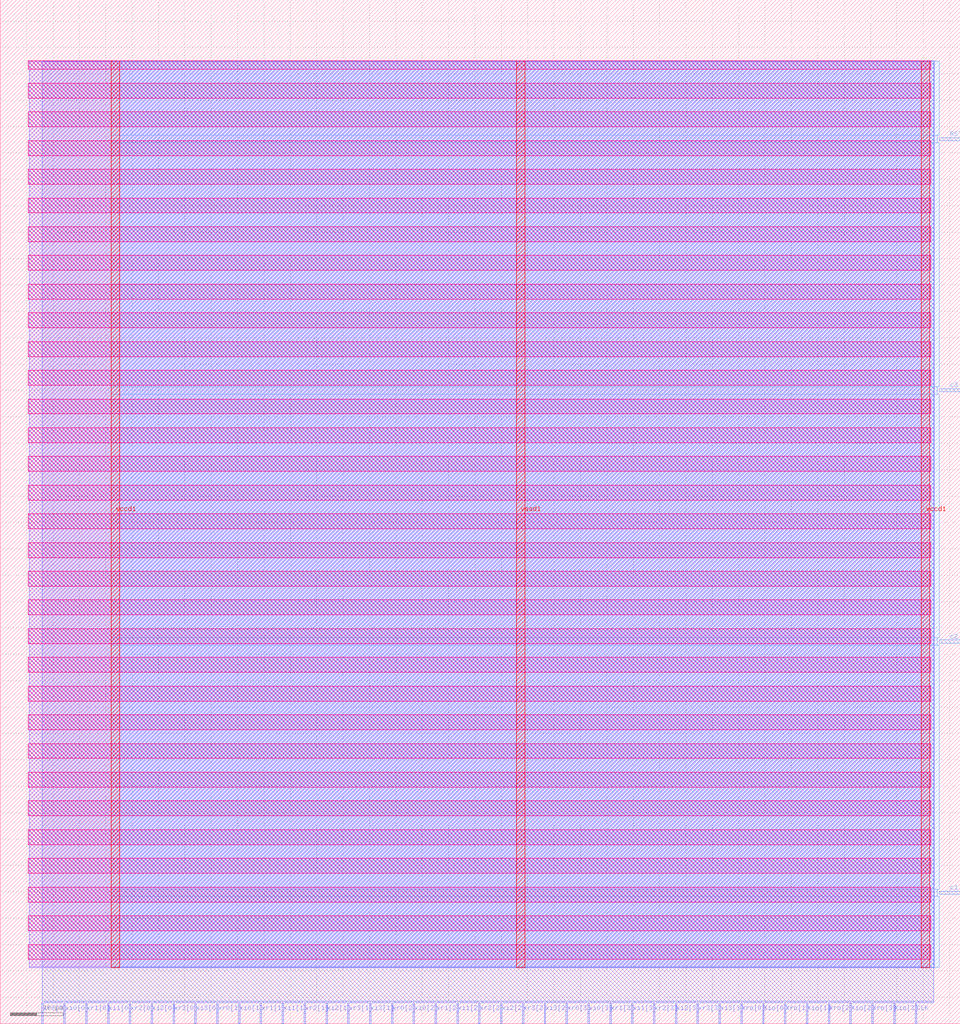
<source format=lef>
VERSION 5.7 ;
  NOWIREEXTENSIONATPIN ON ;
  DIVIDERCHAR "/" ;
  BUSBITCHARS "[]" ;
MACRO R4_butter
  CLASS BLOCK ;
  FOREIGN R4_butter ;
  ORIGIN 0.000 0.000 ;
  SIZE 182.000 BY 194.000 ;
  PIN CLK
    DIRECTION INPUT ;
    USE SIGNAL ;
    ANTENNAGATEAREA 0.213000 ;
    PORT
      LAYER met2 ;
        RECT 173.510 0.000 173.790 4.000 ;
    END
  END CLK
  PIN RST
    DIRECTION INPUT ;
    USE SIGNAL ;
    ANTENNAGATEAREA 0.213000 ;
    PORT
      LAYER met3 ;
        RECT 178.000 167.320 182.000 167.920 ;
    END
  END RST
  PIN Xio[0]
    DIRECTION OUTPUT TRISTATE ;
    USE SIGNAL ;
    ANTENNADIFFAREA 2.673000 ;
    PORT
      LAYER met2 ;
        RECT 144.530 0.000 144.810 4.000 ;
    END
  END Xio[0]
  PIN Xio[1]
    DIRECTION OUTPUT TRISTATE ;
    USE SIGNAL ;
    PORT
      LAYER met2 ;
        RECT 152.810 0.000 153.090 4.000 ;
    END
  END Xio[1]
  PIN Xio[2]
    DIRECTION OUTPUT TRISTATE ;
    USE SIGNAL ;
    PORT
      LAYER met2 ;
        RECT 161.090 0.000 161.370 4.000 ;
    END
  END Xio[2]
  PIN Xio[3]
    DIRECTION OUTPUT TRISTATE ;
    USE SIGNAL ;
    PORT
      LAYER met2 ;
        RECT 169.370 0.000 169.650 4.000 ;
    END
  END Xio[3]
  PIN Xro[0]
    DIRECTION OUTPUT TRISTATE ;
    USE SIGNAL ;
    ANTENNADIFFAREA 2.673000 ;
    PORT
      LAYER met2 ;
        RECT 140.390 0.000 140.670 4.000 ;
    END
  END Xro[0]
  PIN Xro[1]
    DIRECTION OUTPUT TRISTATE ;
    USE SIGNAL ;
    PORT
      LAYER met2 ;
        RECT 148.670 0.000 148.950 4.000 ;
    END
  END Xro[1]
  PIN Xro[2]
    DIRECTION OUTPUT TRISTATE ;
    USE SIGNAL ;
    PORT
      LAYER met2 ;
        RECT 156.950 0.000 157.230 4.000 ;
    END
  END Xro[2]
  PIN Xro[3]
    DIRECTION OUTPUT TRISTATE ;
    USE SIGNAL ;
    PORT
      LAYER met2 ;
        RECT 165.230 0.000 165.510 4.000 ;
    END
  END Xro[3]
  PIN c1
    DIRECTION INPUT ;
    USE SIGNAL ;
    ANTENNAGATEAREA 0.159000 ;
    PORT
      LAYER met3 ;
        RECT 178.000 24.520 182.000 25.120 ;
    END
  END c1
  PIN c2
    DIRECTION INPUT ;
    USE SIGNAL ;
    PORT
      LAYER met3 ;
        RECT 178.000 72.120 182.000 72.720 ;
    END
  END c2
  PIN c3
    DIRECTION INPUT ;
    USE SIGNAL ;
    PORT
      LAYER met3 ;
        RECT 178.000 119.720 182.000 120.320 ;
    END
  END c3
  PIN vccd1
    DIRECTION INOUT ;
    USE POWER ;
    PORT
      LAYER met4 ;
        RECT 21.040 10.640 22.640 182.480 ;
    END
    PORT
      LAYER met4 ;
        RECT 174.640 10.640 176.240 182.480 ;
    END
  END vccd1
  PIN vssd1
    DIRECTION INOUT ;
    USE GROUND ;
    PORT
      LAYER met4 ;
        RECT 97.840 10.640 99.440 182.480 ;
    END
  END vssd1
  PIN xi0[0]
    DIRECTION INPUT ;
    USE SIGNAL ;
    ANTENNAGATEAREA 0.196500 ;
    PORT
      LAYER met2 ;
        RECT 12.050 0.000 12.330 4.000 ;
    END
  END xi0[0]
  PIN xi0[1]
    DIRECTION INPUT ;
    USE SIGNAL ;
    PORT
      LAYER met2 ;
        RECT 45.170 0.000 45.450 4.000 ;
    END
  END xi0[1]
  PIN xi0[2]
    DIRECTION INPUT ;
    USE SIGNAL ;
    PORT
      LAYER met2 ;
        RECT 78.290 0.000 78.570 4.000 ;
    END
  END xi0[2]
  PIN xi0[3]
    DIRECTION INPUT ;
    USE SIGNAL ;
    PORT
      LAYER met2 ;
        RECT 111.410 0.000 111.690 4.000 ;
    END
  END xi0[3]
  PIN xi1[0]
    DIRECTION INPUT ;
    USE SIGNAL ;
    ANTENNAGATEAREA 0.196500 ;
    PORT
      LAYER met2 ;
        RECT 20.330 0.000 20.610 4.000 ;
    END
  END xi1[0]
  PIN xi1[1]
    DIRECTION INPUT ;
    USE SIGNAL ;
    PORT
      LAYER met2 ;
        RECT 53.450 0.000 53.730 4.000 ;
    END
  END xi1[1]
  PIN xi1[2]
    DIRECTION INPUT ;
    USE SIGNAL ;
    PORT
      LAYER met2 ;
        RECT 86.570 0.000 86.850 4.000 ;
    END
  END xi1[2]
  PIN xi1[3]
    DIRECTION INPUT ;
    USE SIGNAL ;
    PORT
      LAYER met2 ;
        RECT 119.690 0.000 119.970 4.000 ;
    END
  END xi1[3]
  PIN xi2[0]
    DIRECTION INPUT ;
    USE SIGNAL ;
    ANTENNAGATEAREA 0.196500 ;
    PORT
      LAYER met2 ;
        RECT 28.610 0.000 28.890 4.000 ;
    END
  END xi2[0]
  PIN xi2[1]
    DIRECTION INPUT ;
    USE SIGNAL ;
    PORT
      LAYER met2 ;
        RECT 61.730 0.000 62.010 4.000 ;
    END
  END xi2[1]
  PIN xi2[2]
    DIRECTION INPUT ;
    USE SIGNAL ;
    PORT
      LAYER met2 ;
        RECT 94.850 0.000 95.130 4.000 ;
    END
  END xi2[2]
  PIN xi2[3]
    DIRECTION INPUT ;
    USE SIGNAL ;
    PORT
      LAYER met2 ;
        RECT 127.970 0.000 128.250 4.000 ;
    END
  END xi2[3]
  PIN xi3[0]
    DIRECTION INPUT ;
    USE SIGNAL ;
    ANTENNAGATEAREA 0.196500 ;
    PORT
      LAYER met2 ;
        RECT 36.890 0.000 37.170 4.000 ;
    END
  END xi3[0]
  PIN xi3[1]
    DIRECTION INPUT ;
    USE SIGNAL ;
    PORT
      LAYER met2 ;
        RECT 70.010 0.000 70.290 4.000 ;
    END
  END xi3[1]
  PIN xi3[2]
    DIRECTION INPUT ;
    USE SIGNAL ;
    PORT
      LAYER met2 ;
        RECT 103.130 0.000 103.410 4.000 ;
    END
  END xi3[2]
  PIN xi3[3]
    DIRECTION INPUT ;
    USE SIGNAL ;
    PORT
      LAYER met2 ;
        RECT 136.250 0.000 136.530 4.000 ;
    END
  END xi3[3]
  PIN xr0[0]
    DIRECTION INPUT ;
    USE SIGNAL ;
    ANTENNAGATEAREA 0.196500 ;
    PORT
      LAYER met2 ;
        RECT 7.910 0.000 8.190 4.000 ;
    END
  END xr0[0]
  PIN xr0[1]
    DIRECTION INPUT ;
    USE SIGNAL ;
    PORT
      LAYER met2 ;
        RECT 41.030 0.000 41.310 4.000 ;
    END
  END xr0[1]
  PIN xr0[2]
    DIRECTION INPUT ;
    USE SIGNAL ;
    PORT
      LAYER met2 ;
        RECT 74.150 0.000 74.430 4.000 ;
    END
  END xr0[2]
  PIN xr0[3]
    DIRECTION INPUT ;
    USE SIGNAL ;
    PORT
      LAYER met2 ;
        RECT 107.270 0.000 107.550 4.000 ;
    END
  END xr0[3]
  PIN xr1[0]
    DIRECTION INPUT ;
    USE SIGNAL ;
    ANTENNAGATEAREA 0.196500 ;
    PORT
      LAYER met2 ;
        RECT 16.190 0.000 16.470 4.000 ;
    END
  END xr1[0]
  PIN xr1[1]
    DIRECTION INPUT ;
    USE SIGNAL ;
    PORT
      LAYER met2 ;
        RECT 49.310 0.000 49.590 4.000 ;
    END
  END xr1[1]
  PIN xr1[2]
    DIRECTION INPUT ;
    USE SIGNAL ;
    PORT
      LAYER met2 ;
        RECT 82.430 0.000 82.710 4.000 ;
    END
  END xr1[2]
  PIN xr1[3]
    DIRECTION INPUT ;
    USE SIGNAL ;
    PORT
      LAYER met2 ;
        RECT 115.550 0.000 115.830 4.000 ;
    END
  END xr1[3]
  PIN xr2[0]
    DIRECTION INPUT ;
    USE SIGNAL ;
    ANTENNAGATEAREA 0.196500 ;
    PORT
      LAYER met2 ;
        RECT 24.470 0.000 24.750 4.000 ;
    END
  END xr2[0]
  PIN xr2[1]
    DIRECTION INPUT ;
    USE SIGNAL ;
    PORT
      LAYER met2 ;
        RECT 57.590 0.000 57.870 4.000 ;
    END
  END xr2[1]
  PIN xr2[2]
    DIRECTION INPUT ;
    USE SIGNAL ;
    PORT
      LAYER met2 ;
        RECT 90.710 0.000 90.990 4.000 ;
    END
  END xr2[2]
  PIN xr2[3]
    DIRECTION INPUT ;
    USE SIGNAL ;
    PORT
      LAYER met2 ;
        RECT 123.830 0.000 124.110 4.000 ;
    END
  END xr2[3]
  PIN xr3[0]
    DIRECTION INPUT ;
    USE SIGNAL ;
    ANTENNAGATEAREA 0.196500 ;
    PORT
      LAYER met2 ;
        RECT 32.750 0.000 33.030 4.000 ;
    END
  END xr3[0]
  PIN xr3[1]
    DIRECTION INPUT ;
    USE SIGNAL ;
    PORT
      LAYER met2 ;
        RECT 65.870 0.000 66.150 4.000 ;
    END
  END xr3[1]
  PIN xr3[2]
    DIRECTION INPUT ;
    USE SIGNAL ;
    PORT
      LAYER met2 ;
        RECT 98.990 0.000 99.270 4.000 ;
    END
  END xr3[2]
  PIN xr3[3]
    DIRECTION INPUT ;
    USE SIGNAL ;
    PORT
      LAYER met2 ;
        RECT 132.110 0.000 132.390 4.000 ;
    END
  END xr3[3]
  OBS
      LAYER nwell ;
        RECT 5.330 180.825 176.370 182.430 ;
        RECT 5.330 175.385 176.370 178.215 ;
        RECT 5.330 169.945 176.370 172.775 ;
        RECT 5.330 164.505 176.370 167.335 ;
        RECT 5.330 159.065 176.370 161.895 ;
        RECT 5.330 153.625 176.370 156.455 ;
        RECT 5.330 148.185 176.370 151.015 ;
        RECT 5.330 142.745 176.370 145.575 ;
        RECT 5.330 137.305 176.370 140.135 ;
        RECT 5.330 131.865 176.370 134.695 ;
        RECT 5.330 126.425 176.370 129.255 ;
        RECT 5.330 120.985 176.370 123.815 ;
        RECT 5.330 115.545 176.370 118.375 ;
        RECT 5.330 110.105 176.370 112.935 ;
        RECT 5.330 104.665 176.370 107.495 ;
        RECT 5.330 99.225 176.370 102.055 ;
        RECT 5.330 93.785 176.370 96.615 ;
        RECT 5.330 88.345 176.370 91.175 ;
        RECT 5.330 82.905 176.370 85.735 ;
        RECT 5.330 77.465 176.370 80.295 ;
        RECT 5.330 72.025 176.370 74.855 ;
        RECT 5.330 66.585 176.370 69.415 ;
        RECT 5.330 61.145 176.370 63.975 ;
        RECT 5.330 55.705 176.370 58.535 ;
        RECT 5.330 50.265 176.370 53.095 ;
        RECT 5.330 44.825 176.370 47.655 ;
        RECT 5.330 39.385 176.370 42.215 ;
        RECT 5.330 33.945 176.370 36.775 ;
        RECT 5.330 28.505 176.370 31.335 ;
        RECT 5.330 23.065 176.370 25.895 ;
        RECT 5.330 17.625 176.370 20.455 ;
        RECT 5.330 12.185 176.370 15.015 ;
      LAYER li1 ;
        RECT 5.520 10.795 176.180 182.325 ;
      LAYER met1 ;
        RECT 5.520 10.640 177.030 182.480 ;
      LAYER met2 ;
        RECT 7.980 4.280 177.010 182.425 ;
        RECT 8.470 4.000 11.770 4.280 ;
        RECT 12.610 4.000 15.910 4.280 ;
        RECT 16.750 4.000 20.050 4.280 ;
        RECT 20.890 4.000 24.190 4.280 ;
        RECT 25.030 4.000 28.330 4.280 ;
        RECT 29.170 4.000 32.470 4.280 ;
        RECT 33.310 4.000 36.610 4.280 ;
        RECT 37.450 4.000 40.750 4.280 ;
        RECT 41.590 4.000 44.890 4.280 ;
        RECT 45.730 4.000 49.030 4.280 ;
        RECT 49.870 4.000 53.170 4.280 ;
        RECT 54.010 4.000 57.310 4.280 ;
        RECT 58.150 4.000 61.450 4.280 ;
        RECT 62.290 4.000 65.590 4.280 ;
        RECT 66.430 4.000 69.730 4.280 ;
        RECT 70.570 4.000 73.870 4.280 ;
        RECT 74.710 4.000 78.010 4.280 ;
        RECT 78.850 4.000 82.150 4.280 ;
        RECT 82.990 4.000 86.290 4.280 ;
        RECT 87.130 4.000 90.430 4.280 ;
        RECT 91.270 4.000 94.570 4.280 ;
        RECT 95.410 4.000 98.710 4.280 ;
        RECT 99.550 4.000 102.850 4.280 ;
        RECT 103.690 4.000 106.990 4.280 ;
        RECT 107.830 4.000 111.130 4.280 ;
        RECT 111.970 4.000 115.270 4.280 ;
        RECT 116.110 4.000 119.410 4.280 ;
        RECT 120.250 4.000 123.550 4.280 ;
        RECT 124.390 4.000 127.690 4.280 ;
        RECT 128.530 4.000 131.830 4.280 ;
        RECT 132.670 4.000 135.970 4.280 ;
        RECT 136.810 4.000 140.110 4.280 ;
        RECT 140.950 4.000 144.250 4.280 ;
        RECT 145.090 4.000 148.390 4.280 ;
        RECT 149.230 4.000 152.530 4.280 ;
        RECT 153.370 4.000 156.670 4.280 ;
        RECT 157.510 4.000 160.810 4.280 ;
        RECT 161.650 4.000 164.950 4.280 ;
        RECT 165.790 4.000 169.090 4.280 ;
        RECT 169.930 4.000 173.230 4.280 ;
        RECT 174.070 4.000 177.010 4.280 ;
      LAYER met3 ;
        RECT 21.050 168.320 178.000 182.405 ;
        RECT 21.050 166.920 177.600 168.320 ;
        RECT 21.050 120.720 178.000 166.920 ;
        RECT 21.050 119.320 177.600 120.720 ;
        RECT 21.050 73.120 178.000 119.320 ;
        RECT 21.050 71.720 177.600 73.120 ;
        RECT 21.050 25.520 178.000 71.720 ;
        RECT 21.050 24.120 177.600 25.520 ;
        RECT 21.050 10.715 178.000 24.120 ;
  END
END R4_butter
END LIBRARY


</source>
